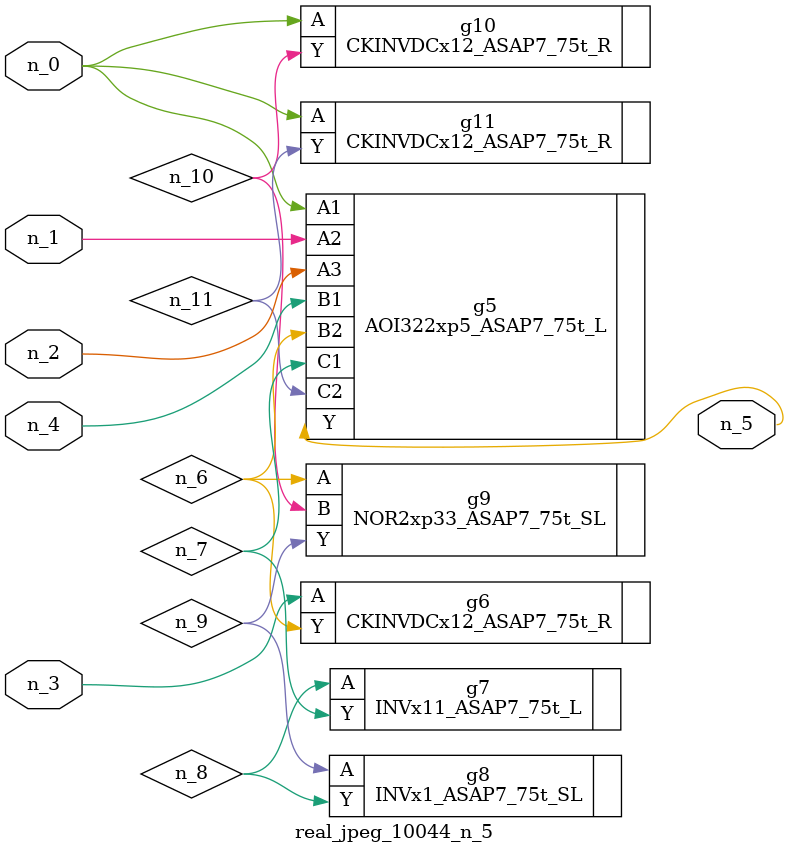
<source format=v>
module real_jpeg_10044_n_5 (n_4, n_0, n_1, n_2, n_3, n_5);

input n_4;
input n_0;
input n_1;
input n_2;
input n_3;

output n_5;

wire n_8;
wire n_11;
wire n_6;
wire n_7;
wire n_10;
wire n_9;

AOI322xp5_ASAP7_75t_L g5 ( 
.A1(n_0),
.A2(n_1),
.A3(n_2),
.B1(n_4),
.B2(n_6),
.C1(n_7),
.C2(n_11),
.Y(n_5)
);

CKINVDCx12_ASAP7_75t_R g10 ( 
.A(n_0),
.Y(n_10)
);

CKINVDCx12_ASAP7_75t_R g11 ( 
.A(n_0),
.Y(n_11)
);

CKINVDCx12_ASAP7_75t_R g6 ( 
.A(n_3),
.Y(n_6)
);

NOR2xp33_ASAP7_75t_SL g9 ( 
.A(n_6),
.B(n_10),
.Y(n_9)
);

INVx11_ASAP7_75t_L g7 ( 
.A(n_8),
.Y(n_7)
);

INVx1_ASAP7_75t_SL g8 ( 
.A(n_9),
.Y(n_8)
);


endmodule
</source>
